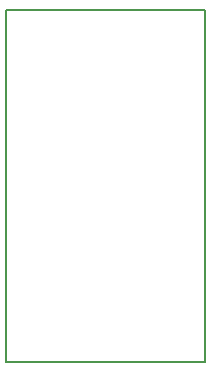
<source format=gm1>
G04 MADE WITH FRITZING*
G04 WWW.FRITZING.ORG*
G04 DOUBLE SIDED*
G04 HOLES PLATED*
G04 CONTOUR ON CENTER OF CONTOUR VECTOR*
%ASAXBY*%
%FSLAX23Y23*%
%MOIN*%
%OFA0B0*%
%SFA1.0B1.0*%
%ADD10R,0.669291X1.181100*%
%ADD11C,0.008000*%
%ADD10C,0.008*%
%LNCONTOUR*%
G90*
G70*
G54D10*
G54D11*
X4Y1177D02*
X665Y1177D01*
X665Y4D01*
X4Y4D01*
X4Y1177D01*
D02*
G04 End of contour*
M02*
</source>
